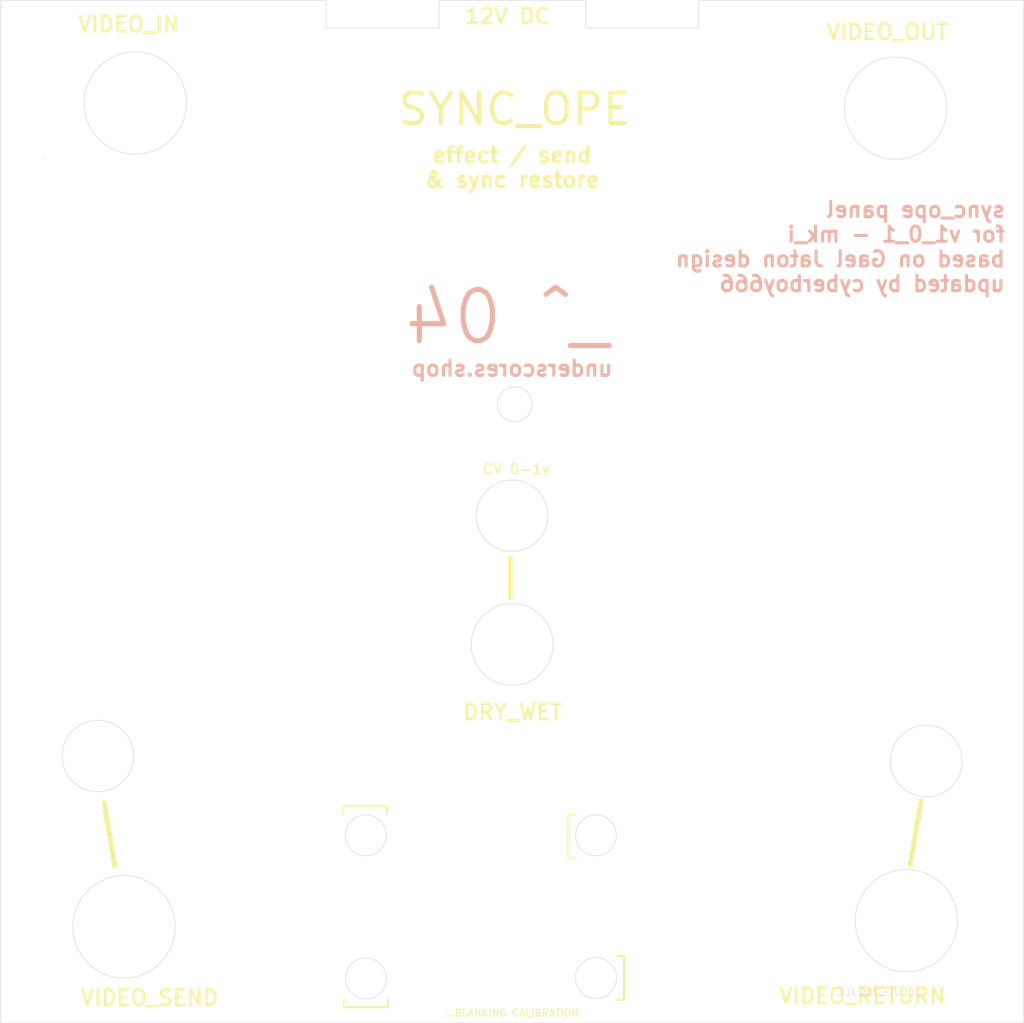
<source format=kicad_pcb>
(kicad_pcb (version 20211014) (generator pcbnew)
  (title_block (title "Sync_Ope") (date "2023-04-24") (rev "1_0_1") (company "Gaël Jaton & cyberboy666"))
  (layers (0 "F.Cu" signal) (31 "B.Cu" signal) (34 "B.Paste" user) (35 "F.Paste" user) (36 "B.SilkS" user "B.Silkscreen") (37 "F.SilkS" user "F.Silkscreen") (38 "B.Mask" user) (39 "F.Mask" user) (44 "Edge.Cuts" user))
  (net 0 "")
  (footprint "MountingHole:MountingHole_3.2mm_M3" (layer "F.Cu") (at 196.6 146.5)
    (fp_text reference "REF**" hide)
    (fp_text value "MountingHole_3.2mm_M3" hide)
    (pad "" np_thru_hole circle (at 0 0) (size 3.2 3.2) (drill 3.2) (layers *.Cu *.Mask))
  )
  (footprint "MountingHole:MountingHole_3.2mm_M3" (layer "F.Cu") (at 196.5 53.5)
    (fp_text reference "REF**" hide)
    (fp_text value "MountingHole_3.2mm_M3" hide)
    (pad "" np_thru_hole circle (at 0 0) (size 3.2 3.2) (drill 3.2) (layers *.Cu *.Mask))
  )
  (footprint "MountingHole:MountingHole_3.2mm_M3" (layer "F.Cu") (at 103.5 146.5)
    (fp_text reference "REF**" hide)
    (fp_text value "MountingHole_3.2mm_M3" hide)
    (pad "" np_thru_hole circle (at 0 0) (size 3.2 3.2) (drill 3.2) (layers *.Cu *.Mask))
  )
  (footprint "MountingHole:MountingHole_3.2mm_M3" (layer "F.Cu") (at 103.4 53.5)
    (fp_text reference "REF**" hide)
    (fp_text value "MountingHole_3.2mm_M3" hide)
    (pad "" np_thru_hole circle (at 0 0) (size 3.2 3.2) (drill 3.2) (layers *.Cu *.Mask))
  )
  (gr_line (start 111.15 134.65) (end 110.1 128.4) (layer "F.SilkS") (width 0.5))
  (gr_line (start 149.8 108.4) (end 149.8 104.55) (layer "F.SilkS") (width 0.5))
  (gr_line (start 189.975 128.325) (end 188.925 134.575) (layer "F.SilkS") (width 0.5))
  (gr_line (start 100 150) (end 100 50) (layer "Edge.Cuts") (width 0.05))
  (gr_circle (center 135.7 145.65) (end 137.7 145.65) (layer "Edge.Cuts") (width 0.05) (fill none))
  (gr_line (start 200 50) (end 200 150) (layer "Edge.Cuts") (width 0.05))
  (gr_circle (center 158.2 145.6) (end 160.2 145.6) (layer "Edge.Cuts") (width 0.05) (fill none))
  (gr_circle (center 135.7 131.65) (end 137.7 131.65) (layer "Edge.Cuts") (width 0.05) (fill none))
  (gr_circle (center 113.15 60.05) (end 118.15 60.05) (layer "Edge.Cuts") (width 0.05) (fill none))
  (gr_line (start 168.25 50) (end 200 50) (layer "Edge.Cuts") (width 0.05))
  (gr_line (start 142.85 52.7) (end 142.85 50) (layer "Edge.Cuts") (width 0.05))
  (gr_line (start 131.8 52.7) (end 142.85 52.7) (layer "Edge.Cuts") (width 0.05))
  (gr_circle (center 158.2 131.65) (end 160.2 131.65) (layer "Edge.Cuts") (width 0.05) (fill none))
  (gr_line (start 157.2 52.7) (end 168.25 52.7) (layer "Edge.Cuts") (width 0.05))
  (gr_circle (center 187.5 60.55) (end 192.5 60.55) (layer "Edge.Cuts") (width 0.05) (fill none))
  (gr_line (start 100 50) (end 131.8 50) (layer "Edge.Cuts") (width 0.05))
  (gr_line (start 131.8 50) (end 131.8 52.7) (layer "Edge.Cuts") (width 0.05))
  (gr_line (start 157.2 50) (end 157.2 52.7) (layer "Edge.Cuts") (width 0.05))
  (gr_line (start 157.2 50) (end 142.85 50) (layer "Edge.Cuts") (width 0.05))
  (gr_circle (center 150.25 89.5) (end 151.95 89.5) (layer "Edge.Cuts") (width 0.05) (fill none))
  (gr_circle (center 109.5 123.9) (end 113 123.9) (layer "Edge.Cuts") (width 0.05) (fill none))
  (gr_circle (center 112.05 140.6) (end 117.05 140.6) (layer "Edge.Cuts") (width 0.05) (fill none))
  (gr_circle (center 190.5 124.4) (end 194 124.4) (layer "Edge.Cuts") (width 0.05) (fill none))
  (gr_circle (center 150 100.4) (end 153.5 100.4) (layer "Edge.Cuts") (width 0.05) (fill none))
  (gr_circle (center 150 113) (end 154 113) (layer "Edge.Cuts") (width 0.05) (fill none))
  (gr_circle (center 188.55 140) (end 193.55 140) (layer "Edge.Cuts") (width 0.05) (fill none))
  (gr_circle (center 104.25 65.5) (end 104.25 65.5) (layer "Edge.Cuts") (width 0.05) (fill none))
  (gr_line (start 168.25 52.7) (end 168.25 50) (layer "Edge.Cuts") (width 0.05))
  (gr_line (start 200 150) (end 100 150) (layer "Edge.Cuts") (width 0.05))
  (gr_text "underscores.shop" (at 150 86) (layer "B.SilkS") (effects (font (size 1.5 1.5) (thickness 0.3)) (justify mirror)))
  (gr_text "sync_ope panel \nfor v1_0_1 - mk_i\nbased on Gael Jaton design\nupdated by cyberboy666" (at 198.35 74.1) (layer "B.SilkS") (effects (font (size 1.5 1.5) (thickness 0.3)) (justify left mirror)))
  (gr_text "JLCJLCJLCJLC" (at 185.85 146.95) (layer "B.SilkS") (effects (font (size 0.81 0.81) (thickness 0.03775)) (justify mirror)))
  (gr_text "_^ 04" (at 149.5 81) (layer "B.SilkS") (effects (font (size 5 5) (thickness 0.5)) (justify mirror)))
  (gr_text "VIDEO_IN" (at 112.5 52.35) (layer "F.SilkS") (effects (font (size 1.5 1.5) (thickness 0.25))))
  (gr_text "VIDEO_OUT" (at 186.7 53.1) (layer "F.SilkS") (effects (font (size 1.5 1.5) (thickness 0.25))))
  (gr_text "VIDEO_RETURN" (at 184.25 147.35) (layer "F.SilkS") (effects (font (size 1.5 1.5) (thickness 0.25))))
  (gr_text "DRY_WET" (at 150.05 119.6) (layer "F.SilkS") (effects (font (size 1.5 1.5) (thickness 0.25))))
  (gr_text "CV 0-1v" (at 150.4 95.85) (layer "F.SilkS") (effects (font (size 1 1))))
  (gr_text "...BLANKING CALIBRATION" (at 149.96 149.03) (layer "F.SilkS") (effects (font (size 0.7 0.7) (thickness 0.1))))
  (gr_text "]" (at 160.79 145.36) (layer "F.SilkS") (effects (font (size 3 3) (thickness 0.2))))
  (gr_text "[" (at 135.87 128.97 -90) (layer "F.SilkS") (effects (font (size 3 3) (thickness 0.2))))
  (gr_text "SYNC_OPE" (at 150.25 60.65) (layer "F.SilkS") (effects (font (size 3 3) (thickness 0.4))))
  (gr_text "VIDEO_SEND" (at 114.55 147.55) (layer "F.SilkS") (effects (font (size 1.5 1.5) (thickness 0.25))))
  (gr_text "]" (at 135.97 148.31 -90) (layer "F.SilkS") (effects (font (size 3 3) (thickness 0.2))))
  (gr_text "effect / send\n& sync restore" (at 150 66.35) (layer "F.SilkS") (effects (font (size 1.5 1.5) (thickness 0.3))))
  (gr_text "[" (at 155.66 131.53) (layer "F.SilkS") (effects (font (size 3 3) (thickness 0.2))))
  (gr_text "12V DC" (at 149.55 51.55) (layer "F.SilkS") (effects (font (size 1.5 1.5) (thickness 0.25))))
)
</source>
